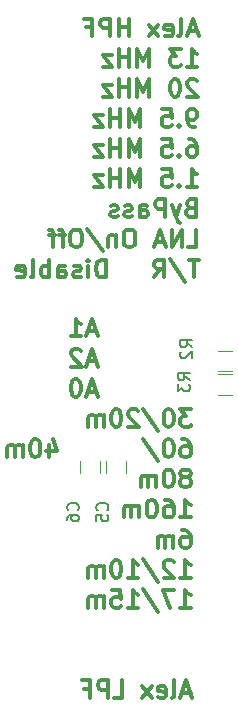
<source format=gbr>
G04 #@! TF.FileFunction,Legend,Bot*
%FSLAX46Y46*%
G04 Gerber Fmt 4.6, Leading zero omitted, Abs format (unit mm)*
G04 Created by KiCad (PCBNEW 4.0.7) date 12/28/17 14:23:17*
%MOMM*%
%LPD*%
G01*
G04 APERTURE LIST*
%ADD10C,0.100000*%
%ADD11C,0.300000*%
%ADD12C,0.120000*%
%ADD13C,0.150000*%
G04 APERTURE END LIST*
D10*
D11*
X124914286Y-81700000D02*
X124200000Y-81700000D01*
X125057143Y-82128571D02*
X124557143Y-80628571D01*
X124057143Y-82128571D01*
X122771429Y-82128571D02*
X123628572Y-82128571D01*
X123200000Y-82128571D02*
X123200000Y-80628571D01*
X123342857Y-80842857D01*
X123485715Y-80985714D01*
X123628572Y-81057143D01*
X124914286Y-84250000D02*
X124200000Y-84250000D01*
X125057143Y-84678571D02*
X124557143Y-83178571D01*
X124057143Y-84678571D01*
X123628572Y-83321429D02*
X123557143Y-83250000D01*
X123414286Y-83178571D01*
X123057143Y-83178571D01*
X122914286Y-83250000D01*
X122842857Y-83321429D01*
X122771429Y-83464286D01*
X122771429Y-83607143D01*
X122842857Y-83821429D01*
X123700000Y-84678571D01*
X122771429Y-84678571D01*
X124914286Y-86800000D02*
X124200000Y-86800000D01*
X125057143Y-87228571D02*
X124557143Y-85728571D01*
X124057143Y-87228571D01*
X123271429Y-85728571D02*
X123128572Y-85728571D01*
X122985715Y-85800000D01*
X122914286Y-85871429D01*
X122842857Y-86014286D01*
X122771429Y-86300000D01*
X122771429Y-86657143D01*
X122842857Y-86942857D01*
X122914286Y-87085714D01*
X122985715Y-87157143D01*
X123128572Y-87228571D01*
X123271429Y-87228571D01*
X123414286Y-87157143D01*
X123485715Y-87085714D01*
X123557143Y-86942857D01*
X123628572Y-86657143D01*
X123628572Y-86300000D01*
X123557143Y-86014286D01*
X123485715Y-85871429D01*
X123414286Y-85800000D01*
X123271429Y-85728571D01*
X132985714Y-88303571D02*
X132057143Y-88303571D01*
X132557143Y-88875000D01*
X132342857Y-88875000D01*
X132200000Y-88946429D01*
X132128571Y-89017857D01*
X132057143Y-89160714D01*
X132057143Y-89517857D01*
X132128571Y-89660714D01*
X132200000Y-89732143D01*
X132342857Y-89803571D01*
X132771429Y-89803571D01*
X132914286Y-89732143D01*
X132985714Y-89660714D01*
X131128572Y-88303571D02*
X130985715Y-88303571D01*
X130842858Y-88375000D01*
X130771429Y-88446429D01*
X130700000Y-88589286D01*
X130628572Y-88875000D01*
X130628572Y-89232143D01*
X130700000Y-89517857D01*
X130771429Y-89660714D01*
X130842858Y-89732143D01*
X130985715Y-89803571D01*
X131128572Y-89803571D01*
X131271429Y-89732143D01*
X131342858Y-89660714D01*
X131414286Y-89517857D01*
X131485715Y-89232143D01*
X131485715Y-88875000D01*
X131414286Y-88589286D01*
X131342858Y-88446429D01*
X131271429Y-88375000D01*
X131128572Y-88303571D01*
X128914287Y-88232143D02*
X130200001Y-90160714D01*
X128485715Y-88446429D02*
X128414286Y-88375000D01*
X128271429Y-88303571D01*
X127914286Y-88303571D01*
X127771429Y-88375000D01*
X127700000Y-88446429D01*
X127628572Y-88589286D01*
X127628572Y-88732143D01*
X127700000Y-88946429D01*
X128557143Y-89803571D01*
X127628572Y-89803571D01*
X126700001Y-88303571D02*
X126557144Y-88303571D01*
X126414287Y-88375000D01*
X126342858Y-88446429D01*
X126271429Y-88589286D01*
X126200001Y-88875000D01*
X126200001Y-89232143D01*
X126271429Y-89517857D01*
X126342858Y-89660714D01*
X126414287Y-89732143D01*
X126557144Y-89803571D01*
X126700001Y-89803571D01*
X126842858Y-89732143D01*
X126914287Y-89660714D01*
X126985715Y-89517857D01*
X127057144Y-89232143D01*
X127057144Y-88875000D01*
X126985715Y-88589286D01*
X126914287Y-88446429D01*
X126842858Y-88375000D01*
X126700001Y-88303571D01*
X125557144Y-89803571D02*
X125557144Y-88803571D01*
X125557144Y-88946429D02*
X125485716Y-88875000D01*
X125342858Y-88803571D01*
X125128573Y-88803571D01*
X124985716Y-88875000D01*
X124914287Y-89017857D01*
X124914287Y-89803571D01*
X124914287Y-89017857D02*
X124842858Y-88875000D01*
X124700001Y-88803571D01*
X124485716Y-88803571D01*
X124342858Y-88875000D01*
X124271430Y-89017857D01*
X124271430Y-89803571D01*
X132200000Y-90853571D02*
X132485714Y-90853571D01*
X132628571Y-90925000D01*
X132700000Y-90996429D01*
X132842857Y-91210714D01*
X132914286Y-91496429D01*
X132914286Y-92067857D01*
X132842857Y-92210714D01*
X132771429Y-92282143D01*
X132628571Y-92353571D01*
X132342857Y-92353571D01*
X132200000Y-92282143D01*
X132128571Y-92210714D01*
X132057143Y-92067857D01*
X132057143Y-91710714D01*
X132128571Y-91567857D01*
X132200000Y-91496429D01*
X132342857Y-91425000D01*
X132628571Y-91425000D01*
X132771429Y-91496429D01*
X132842857Y-91567857D01*
X132914286Y-91710714D01*
X131128572Y-90853571D02*
X130985715Y-90853571D01*
X130842858Y-90925000D01*
X130771429Y-90996429D01*
X130700000Y-91139286D01*
X130628572Y-91425000D01*
X130628572Y-91782143D01*
X130700000Y-92067857D01*
X130771429Y-92210714D01*
X130842858Y-92282143D01*
X130985715Y-92353571D01*
X131128572Y-92353571D01*
X131271429Y-92282143D01*
X131342858Y-92210714D01*
X131414286Y-92067857D01*
X131485715Y-91782143D01*
X131485715Y-91425000D01*
X131414286Y-91139286D01*
X131342858Y-90996429D01*
X131271429Y-90925000D01*
X131128572Y-90853571D01*
X128914287Y-90782143D02*
X130200001Y-92710714D01*
X120914287Y-91353571D02*
X120914287Y-92353571D01*
X121271430Y-90782143D02*
X121628573Y-91853571D01*
X120700001Y-91853571D01*
X119842859Y-90853571D02*
X119700002Y-90853571D01*
X119557145Y-90925000D01*
X119485716Y-90996429D01*
X119414287Y-91139286D01*
X119342859Y-91425000D01*
X119342859Y-91782143D01*
X119414287Y-92067857D01*
X119485716Y-92210714D01*
X119557145Y-92282143D01*
X119700002Y-92353571D01*
X119842859Y-92353571D01*
X119985716Y-92282143D01*
X120057145Y-92210714D01*
X120128573Y-92067857D01*
X120200002Y-91782143D01*
X120200002Y-91425000D01*
X120128573Y-91139286D01*
X120057145Y-90996429D01*
X119985716Y-90925000D01*
X119842859Y-90853571D01*
X118700002Y-92353571D02*
X118700002Y-91353571D01*
X118700002Y-91496429D02*
X118628574Y-91425000D01*
X118485716Y-91353571D01*
X118271431Y-91353571D01*
X118128574Y-91425000D01*
X118057145Y-91567857D01*
X118057145Y-92353571D01*
X118057145Y-91567857D02*
X117985716Y-91425000D01*
X117842859Y-91353571D01*
X117628574Y-91353571D01*
X117485716Y-91425000D01*
X117414288Y-91567857D01*
X117414288Y-92353571D01*
X132628571Y-94046429D02*
X132771429Y-93975000D01*
X132842857Y-93903571D01*
X132914286Y-93760714D01*
X132914286Y-93689286D01*
X132842857Y-93546429D01*
X132771429Y-93475000D01*
X132628571Y-93403571D01*
X132342857Y-93403571D01*
X132200000Y-93475000D01*
X132128571Y-93546429D01*
X132057143Y-93689286D01*
X132057143Y-93760714D01*
X132128571Y-93903571D01*
X132200000Y-93975000D01*
X132342857Y-94046429D01*
X132628571Y-94046429D01*
X132771429Y-94117857D01*
X132842857Y-94189286D01*
X132914286Y-94332143D01*
X132914286Y-94617857D01*
X132842857Y-94760714D01*
X132771429Y-94832143D01*
X132628571Y-94903571D01*
X132342857Y-94903571D01*
X132200000Y-94832143D01*
X132128571Y-94760714D01*
X132057143Y-94617857D01*
X132057143Y-94332143D01*
X132128571Y-94189286D01*
X132200000Y-94117857D01*
X132342857Y-94046429D01*
X131128572Y-93403571D02*
X130985715Y-93403571D01*
X130842858Y-93475000D01*
X130771429Y-93546429D01*
X130700000Y-93689286D01*
X130628572Y-93975000D01*
X130628572Y-94332143D01*
X130700000Y-94617857D01*
X130771429Y-94760714D01*
X130842858Y-94832143D01*
X130985715Y-94903571D01*
X131128572Y-94903571D01*
X131271429Y-94832143D01*
X131342858Y-94760714D01*
X131414286Y-94617857D01*
X131485715Y-94332143D01*
X131485715Y-93975000D01*
X131414286Y-93689286D01*
X131342858Y-93546429D01*
X131271429Y-93475000D01*
X131128572Y-93403571D01*
X129985715Y-94903571D02*
X129985715Y-93903571D01*
X129985715Y-94046429D02*
X129914287Y-93975000D01*
X129771429Y-93903571D01*
X129557144Y-93903571D01*
X129414287Y-93975000D01*
X129342858Y-94117857D01*
X129342858Y-94903571D01*
X129342858Y-94117857D02*
X129271429Y-93975000D01*
X129128572Y-93903571D01*
X128914287Y-93903571D01*
X128771429Y-93975000D01*
X128700001Y-94117857D01*
X128700001Y-94903571D01*
X132057143Y-97453571D02*
X132914286Y-97453571D01*
X132485714Y-97453571D02*
X132485714Y-95953571D01*
X132628571Y-96167857D01*
X132771429Y-96310714D01*
X132914286Y-96382143D01*
X130771429Y-95953571D02*
X131057143Y-95953571D01*
X131200000Y-96025000D01*
X131271429Y-96096429D01*
X131414286Y-96310714D01*
X131485715Y-96596429D01*
X131485715Y-97167857D01*
X131414286Y-97310714D01*
X131342858Y-97382143D01*
X131200000Y-97453571D01*
X130914286Y-97453571D01*
X130771429Y-97382143D01*
X130700000Y-97310714D01*
X130628572Y-97167857D01*
X130628572Y-96810714D01*
X130700000Y-96667857D01*
X130771429Y-96596429D01*
X130914286Y-96525000D01*
X131200000Y-96525000D01*
X131342858Y-96596429D01*
X131414286Y-96667857D01*
X131485715Y-96810714D01*
X129700001Y-95953571D02*
X129557144Y-95953571D01*
X129414287Y-96025000D01*
X129342858Y-96096429D01*
X129271429Y-96239286D01*
X129200001Y-96525000D01*
X129200001Y-96882143D01*
X129271429Y-97167857D01*
X129342858Y-97310714D01*
X129414287Y-97382143D01*
X129557144Y-97453571D01*
X129700001Y-97453571D01*
X129842858Y-97382143D01*
X129914287Y-97310714D01*
X129985715Y-97167857D01*
X130057144Y-96882143D01*
X130057144Y-96525000D01*
X129985715Y-96239286D01*
X129914287Y-96096429D01*
X129842858Y-96025000D01*
X129700001Y-95953571D01*
X128557144Y-97453571D02*
X128557144Y-96453571D01*
X128557144Y-96596429D02*
X128485716Y-96525000D01*
X128342858Y-96453571D01*
X128128573Y-96453571D01*
X127985716Y-96525000D01*
X127914287Y-96667857D01*
X127914287Y-97453571D01*
X127914287Y-96667857D02*
X127842858Y-96525000D01*
X127700001Y-96453571D01*
X127485716Y-96453571D01*
X127342858Y-96525000D01*
X127271430Y-96667857D01*
X127271430Y-97453571D01*
X132200000Y-98503571D02*
X132485714Y-98503571D01*
X132628571Y-98575000D01*
X132700000Y-98646429D01*
X132842857Y-98860714D01*
X132914286Y-99146429D01*
X132914286Y-99717857D01*
X132842857Y-99860714D01*
X132771429Y-99932143D01*
X132628571Y-100003571D01*
X132342857Y-100003571D01*
X132200000Y-99932143D01*
X132128571Y-99860714D01*
X132057143Y-99717857D01*
X132057143Y-99360714D01*
X132128571Y-99217857D01*
X132200000Y-99146429D01*
X132342857Y-99075000D01*
X132628571Y-99075000D01*
X132771429Y-99146429D01*
X132842857Y-99217857D01*
X132914286Y-99360714D01*
X131414286Y-100003571D02*
X131414286Y-99003571D01*
X131414286Y-99146429D02*
X131342858Y-99075000D01*
X131200000Y-99003571D01*
X130985715Y-99003571D01*
X130842858Y-99075000D01*
X130771429Y-99217857D01*
X130771429Y-100003571D01*
X130771429Y-99217857D02*
X130700000Y-99075000D01*
X130557143Y-99003571D01*
X130342858Y-99003571D01*
X130200000Y-99075000D01*
X130128572Y-99217857D01*
X130128572Y-100003571D01*
X132057143Y-102553571D02*
X132914286Y-102553571D01*
X132485714Y-102553571D02*
X132485714Y-101053571D01*
X132628571Y-101267857D01*
X132771429Y-101410714D01*
X132914286Y-101482143D01*
X131485715Y-101196429D02*
X131414286Y-101125000D01*
X131271429Y-101053571D01*
X130914286Y-101053571D01*
X130771429Y-101125000D01*
X130700000Y-101196429D01*
X130628572Y-101339286D01*
X130628572Y-101482143D01*
X130700000Y-101696429D01*
X131557143Y-102553571D01*
X130628572Y-102553571D01*
X128914287Y-100982143D02*
X130200001Y-102910714D01*
X127628572Y-102553571D02*
X128485715Y-102553571D01*
X128057143Y-102553571D02*
X128057143Y-101053571D01*
X128200000Y-101267857D01*
X128342858Y-101410714D01*
X128485715Y-101482143D01*
X126700001Y-101053571D02*
X126557144Y-101053571D01*
X126414287Y-101125000D01*
X126342858Y-101196429D01*
X126271429Y-101339286D01*
X126200001Y-101625000D01*
X126200001Y-101982143D01*
X126271429Y-102267857D01*
X126342858Y-102410714D01*
X126414287Y-102482143D01*
X126557144Y-102553571D01*
X126700001Y-102553571D01*
X126842858Y-102482143D01*
X126914287Y-102410714D01*
X126985715Y-102267857D01*
X127057144Y-101982143D01*
X127057144Y-101625000D01*
X126985715Y-101339286D01*
X126914287Y-101196429D01*
X126842858Y-101125000D01*
X126700001Y-101053571D01*
X125557144Y-102553571D02*
X125557144Y-101553571D01*
X125557144Y-101696429D02*
X125485716Y-101625000D01*
X125342858Y-101553571D01*
X125128573Y-101553571D01*
X124985716Y-101625000D01*
X124914287Y-101767857D01*
X124914287Y-102553571D01*
X124914287Y-101767857D02*
X124842858Y-101625000D01*
X124700001Y-101553571D01*
X124485716Y-101553571D01*
X124342858Y-101625000D01*
X124271430Y-101767857D01*
X124271430Y-102553571D01*
X132057143Y-105103571D02*
X132914286Y-105103571D01*
X132485714Y-105103571D02*
X132485714Y-103603571D01*
X132628571Y-103817857D01*
X132771429Y-103960714D01*
X132914286Y-104032143D01*
X131557143Y-103603571D02*
X130557143Y-103603571D01*
X131200000Y-105103571D01*
X128914287Y-103532143D02*
X130200001Y-105460714D01*
X127628572Y-105103571D02*
X128485715Y-105103571D01*
X128057143Y-105103571D02*
X128057143Y-103603571D01*
X128200000Y-103817857D01*
X128342858Y-103960714D01*
X128485715Y-104032143D01*
X126271429Y-103603571D02*
X126985715Y-103603571D01*
X127057144Y-104317857D01*
X126985715Y-104246429D01*
X126842858Y-104175000D01*
X126485715Y-104175000D01*
X126342858Y-104246429D01*
X126271429Y-104317857D01*
X126200001Y-104460714D01*
X126200001Y-104817857D01*
X126271429Y-104960714D01*
X126342858Y-105032143D01*
X126485715Y-105103571D01*
X126842858Y-105103571D01*
X126985715Y-105032143D01*
X127057144Y-104960714D01*
X125557144Y-105103571D02*
X125557144Y-104103571D01*
X125557144Y-104246429D02*
X125485716Y-104175000D01*
X125342858Y-104103571D01*
X125128573Y-104103571D01*
X124985716Y-104175000D01*
X124914287Y-104317857D01*
X124914287Y-105103571D01*
X124914287Y-104317857D02*
X124842858Y-104175000D01*
X124700001Y-104103571D01*
X124485716Y-104103571D01*
X124342858Y-104175000D01*
X124271430Y-104317857D01*
X124271430Y-105103571D01*
X132914286Y-112325000D02*
X132200000Y-112325000D01*
X133057143Y-112753571D02*
X132557143Y-111253571D01*
X132057143Y-112753571D01*
X131342857Y-112753571D02*
X131485715Y-112682143D01*
X131557143Y-112539286D01*
X131557143Y-111253571D01*
X130200001Y-112682143D02*
X130342858Y-112753571D01*
X130628572Y-112753571D01*
X130771429Y-112682143D01*
X130842858Y-112539286D01*
X130842858Y-111967857D01*
X130771429Y-111825000D01*
X130628572Y-111753571D01*
X130342858Y-111753571D01*
X130200001Y-111825000D01*
X130128572Y-111967857D01*
X130128572Y-112110714D01*
X130842858Y-112253571D01*
X129628572Y-112753571D02*
X128842858Y-111753571D01*
X129628572Y-111753571D02*
X128842858Y-112753571D01*
X126414286Y-112753571D02*
X127128572Y-112753571D01*
X127128572Y-111253571D01*
X125914286Y-112753571D02*
X125914286Y-111253571D01*
X125342858Y-111253571D01*
X125200000Y-111325000D01*
X125128572Y-111396429D01*
X125057143Y-111539286D01*
X125057143Y-111753571D01*
X125128572Y-111896429D01*
X125200000Y-111967857D01*
X125342858Y-112039286D01*
X125914286Y-112039286D01*
X123914286Y-111967857D02*
X124414286Y-111967857D01*
X124414286Y-112753571D02*
X124414286Y-111253571D01*
X123700000Y-111253571D01*
X133464286Y-56300000D02*
X132750000Y-56300000D01*
X133607143Y-56728571D02*
X133107143Y-55228571D01*
X132607143Y-56728571D01*
X131892857Y-56728571D02*
X132035715Y-56657143D01*
X132107143Y-56514286D01*
X132107143Y-55228571D01*
X130750001Y-56657143D02*
X130892858Y-56728571D01*
X131178572Y-56728571D01*
X131321429Y-56657143D01*
X131392858Y-56514286D01*
X131392858Y-55942857D01*
X131321429Y-55800000D01*
X131178572Y-55728571D01*
X130892858Y-55728571D01*
X130750001Y-55800000D01*
X130678572Y-55942857D01*
X130678572Y-56085714D01*
X131392858Y-56228571D01*
X130178572Y-56728571D02*
X129392858Y-55728571D01*
X130178572Y-55728571D02*
X129392858Y-56728571D01*
X127678572Y-56728571D02*
X127678572Y-55228571D01*
X127678572Y-55942857D02*
X126821429Y-55942857D01*
X126821429Y-56728571D02*
X126821429Y-55228571D01*
X126107143Y-56728571D02*
X126107143Y-55228571D01*
X125535715Y-55228571D01*
X125392857Y-55300000D01*
X125321429Y-55371429D01*
X125250000Y-55514286D01*
X125250000Y-55728571D01*
X125321429Y-55871429D01*
X125392857Y-55942857D01*
X125535715Y-56014286D01*
X126107143Y-56014286D01*
X124107143Y-55942857D02*
X124607143Y-55942857D01*
X124607143Y-56728571D02*
X124607143Y-55228571D01*
X123892857Y-55228571D01*
X132607143Y-59278571D02*
X133464286Y-59278571D01*
X133035714Y-59278571D02*
X133035714Y-57778571D01*
X133178571Y-57992857D01*
X133321429Y-58135714D01*
X133464286Y-58207143D01*
X132107143Y-57778571D02*
X131178572Y-57778571D01*
X131678572Y-58350000D01*
X131464286Y-58350000D01*
X131321429Y-58421429D01*
X131250000Y-58492857D01*
X131178572Y-58635714D01*
X131178572Y-58992857D01*
X131250000Y-59135714D01*
X131321429Y-59207143D01*
X131464286Y-59278571D01*
X131892858Y-59278571D01*
X132035715Y-59207143D01*
X132107143Y-59135714D01*
X129392858Y-59278571D02*
X129392858Y-57778571D01*
X128892858Y-58850000D01*
X128392858Y-57778571D01*
X128392858Y-59278571D01*
X127678572Y-59278571D02*
X127678572Y-57778571D01*
X127678572Y-58492857D02*
X126821429Y-58492857D01*
X126821429Y-59278571D02*
X126821429Y-57778571D01*
X126250000Y-58278571D02*
X125464286Y-58278571D01*
X126250000Y-59278571D01*
X125464286Y-59278571D01*
X133464286Y-60471429D02*
X133392857Y-60400000D01*
X133250000Y-60328571D01*
X132892857Y-60328571D01*
X132750000Y-60400000D01*
X132678571Y-60471429D01*
X132607143Y-60614286D01*
X132607143Y-60757143D01*
X132678571Y-60971429D01*
X133535714Y-61828571D01*
X132607143Y-61828571D01*
X131678572Y-60328571D02*
X131535715Y-60328571D01*
X131392858Y-60400000D01*
X131321429Y-60471429D01*
X131250000Y-60614286D01*
X131178572Y-60900000D01*
X131178572Y-61257143D01*
X131250000Y-61542857D01*
X131321429Y-61685714D01*
X131392858Y-61757143D01*
X131535715Y-61828571D01*
X131678572Y-61828571D01*
X131821429Y-61757143D01*
X131892858Y-61685714D01*
X131964286Y-61542857D01*
X132035715Y-61257143D01*
X132035715Y-60900000D01*
X131964286Y-60614286D01*
X131892858Y-60471429D01*
X131821429Y-60400000D01*
X131678572Y-60328571D01*
X129392858Y-61828571D02*
X129392858Y-60328571D01*
X128892858Y-61400000D01*
X128392858Y-60328571D01*
X128392858Y-61828571D01*
X127678572Y-61828571D02*
X127678572Y-60328571D01*
X127678572Y-61042857D02*
X126821429Y-61042857D01*
X126821429Y-61828571D02*
X126821429Y-60328571D01*
X126250000Y-60828571D02*
X125464286Y-60828571D01*
X126250000Y-61828571D01*
X125464286Y-61828571D01*
X133321429Y-64378571D02*
X133035714Y-64378571D01*
X132892857Y-64307143D01*
X132821429Y-64235714D01*
X132678571Y-64021429D01*
X132607143Y-63735714D01*
X132607143Y-63164286D01*
X132678571Y-63021429D01*
X132750000Y-62950000D01*
X132892857Y-62878571D01*
X133178571Y-62878571D01*
X133321429Y-62950000D01*
X133392857Y-63021429D01*
X133464286Y-63164286D01*
X133464286Y-63521429D01*
X133392857Y-63664286D01*
X133321429Y-63735714D01*
X133178571Y-63807143D01*
X132892857Y-63807143D01*
X132750000Y-63735714D01*
X132678571Y-63664286D01*
X132607143Y-63521429D01*
X131964286Y-64235714D02*
X131892858Y-64307143D01*
X131964286Y-64378571D01*
X132035715Y-64307143D01*
X131964286Y-64235714D01*
X131964286Y-64378571D01*
X130535714Y-62878571D02*
X131250000Y-62878571D01*
X131321429Y-63592857D01*
X131250000Y-63521429D01*
X131107143Y-63450000D01*
X130750000Y-63450000D01*
X130607143Y-63521429D01*
X130535714Y-63592857D01*
X130464286Y-63735714D01*
X130464286Y-64092857D01*
X130535714Y-64235714D01*
X130607143Y-64307143D01*
X130750000Y-64378571D01*
X131107143Y-64378571D01*
X131250000Y-64307143D01*
X131321429Y-64235714D01*
X128678572Y-64378571D02*
X128678572Y-62878571D01*
X128178572Y-63950000D01*
X127678572Y-62878571D01*
X127678572Y-64378571D01*
X126964286Y-64378571D02*
X126964286Y-62878571D01*
X126964286Y-63592857D02*
X126107143Y-63592857D01*
X126107143Y-64378571D02*
X126107143Y-62878571D01*
X125535714Y-63378571D02*
X124750000Y-63378571D01*
X125535714Y-64378571D01*
X124750000Y-64378571D01*
X132750000Y-65428571D02*
X133035714Y-65428571D01*
X133178571Y-65500000D01*
X133250000Y-65571429D01*
X133392857Y-65785714D01*
X133464286Y-66071429D01*
X133464286Y-66642857D01*
X133392857Y-66785714D01*
X133321429Y-66857143D01*
X133178571Y-66928571D01*
X132892857Y-66928571D01*
X132750000Y-66857143D01*
X132678571Y-66785714D01*
X132607143Y-66642857D01*
X132607143Y-66285714D01*
X132678571Y-66142857D01*
X132750000Y-66071429D01*
X132892857Y-66000000D01*
X133178571Y-66000000D01*
X133321429Y-66071429D01*
X133392857Y-66142857D01*
X133464286Y-66285714D01*
X131964286Y-66785714D02*
X131892858Y-66857143D01*
X131964286Y-66928571D01*
X132035715Y-66857143D01*
X131964286Y-66785714D01*
X131964286Y-66928571D01*
X130535714Y-65428571D02*
X131250000Y-65428571D01*
X131321429Y-66142857D01*
X131250000Y-66071429D01*
X131107143Y-66000000D01*
X130750000Y-66000000D01*
X130607143Y-66071429D01*
X130535714Y-66142857D01*
X130464286Y-66285714D01*
X130464286Y-66642857D01*
X130535714Y-66785714D01*
X130607143Y-66857143D01*
X130750000Y-66928571D01*
X131107143Y-66928571D01*
X131250000Y-66857143D01*
X131321429Y-66785714D01*
X128678572Y-66928571D02*
X128678572Y-65428571D01*
X128178572Y-66500000D01*
X127678572Y-65428571D01*
X127678572Y-66928571D01*
X126964286Y-66928571D02*
X126964286Y-65428571D01*
X126964286Y-66142857D02*
X126107143Y-66142857D01*
X126107143Y-66928571D02*
X126107143Y-65428571D01*
X125535714Y-65928571D02*
X124750000Y-65928571D01*
X125535714Y-66928571D01*
X124750000Y-66928571D01*
X132607143Y-69478571D02*
X133464286Y-69478571D01*
X133035714Y-69478571D02*
X133035714Y-67978571D01*
X133178571Y-68192857D01*
X133321429Y-68335714D01*
X133464286Y-68407143D01*
X131964286Y-69335714D02*
X131892858Y-69407143D01*
X131964286Y-69478571D01*
X132035715Y-69407143D01*
X131964286Y-69335714D01*
X131964286Y-69478571D01*
X130535714Y-67978571D02*
X131250000Y-67978571D01*
X131321429Y-68692857D01*
X131250000Y-68621429D01*
X131107143Y-68550000D01*
X130750000Y-68550000D01*
X130607143Y-68621429D01*
X130535714Y-68692857D01*
X130464286Y-68835714D01*
X130464286Y-69192857D01*
X130535714Y-69335714D01*
X130607143Y-69407143D01*
X130750000Y-69478571D01*
X131107143Y-69478571D01*
X131250000Y-69407143D01*
X131321429Y-69335714D01*
X128678572Y-69478571D02*
X128678572Y-67978571D01*
X128178572Y-69050000D01*
X127678572Y-67978571D01*
X127678572Y-69478571D01*
X126964286Y-69478571D02*
X126964286Y-67978571D01*
X126964286Y-68692857D02*
X126107143Y-68692857D01*
X126107143Y-69478571D02*
X126107143Y-67978571D01*
X125535714Y-68478571D02*
X124750000Y-68478571D01*
X125535714Y-69478571D01*
X124750000Y-69478571D01*
X132892857Y-71242857D02*
X132678571Y-71314286D01*
X132607143Y-71385714D01*
X132535714Y-71528571D01*
X132535714Y-71742857D01*
X132607143Y-71885714D01*
X132678571Y-71957143D01*
X132821429Y-72028571D01*
X133392857Y-72028571D01*
X133392857Y-70528571D01*
X132892857Y-70528571D01*
X132750000Y-70600000D01*
X132678571Y-70671429D01*
X132607143Y-70814286D01*
X132607143Y-70957143D01*
X132678571Y-71100000D01*
X132750000Y-71171429D01*
X132892857Y-71242857D01*
X133392857Y-71242857D01*
X132035714Y-71028571D02*
X131678571Y-72028571D01*
X131321429Y-71028571D02*
X131678571Y-72028571D01*
X131821429Y-72385714D01*
X131892857Y-72457143D01*
X132035714Y-72528571D01*
X130750000Y-72028571D02*
X130750000Y-70528571D01*
X130178572Y-70528571D01*
X130035714Y-70600000D01*
X129964286Y-70671429D01*
X129892857Y-70814286D01*
X129892857Y-71028571D01*
X129964286Y-71171429D01*
X130035714Y-71242857D01*
X130178572Y-71314286D01*
X130750000Y-71314286D01*
X128607143Y-72028571D02*
X128607143Y-71242857D01*
X128678572Y-71100000D01*
X128821429Y-71028571D01*
X129107143Y-71028571D01*
X129250000Y-71100000D01*
X128607143Y-71957143D02*
X128750000Y-72028571D01*
X129107143Y-72028571D01*
X129250000Y-71957143D01*
X129321429Y-71814286D01*
X129321429Y-71671429D01*
X129250000Y-71528571D01*
X129107143Y-71457143D01*
X128750000Y-71457143D01*
X128607143Y-71385714D01*
X127964286Y-71957143D02*
X127821429Y-72028571D01*
X127535714Y-72028571D01*
X127392857Y-71957143D01*
X127321429Y-71814286D01*
X127321429Y-71742857D01*
X127392857Y-71600000D01*
X127535714Y-71528571D01*
X127750000Y-71528571D01*
X127892857Y-71457143D01*
X127964286Y-71314286D01*
X127964286Y-71242857D01*
X127892857Y-71100000D01*
X127750000Y-71028571D01*
X127535714Y-71028571D01*
X127392857Y-71100000D01*
X126750000Y-71957143D02*
X126607143Y-72028571D01*
X126321428Y-72028571D01*
X126178571Y-71957143D01*
X126107143Y-71814286D01*
X126107143Y-71742857D01*
X126178571Y-71600000D01*
X126321428Y-71528571D01*
X126535714Y-71528571D01*
X126678571Y-71457143D01*
X126750000Y-71314286D01*
X126750000Y-71242857D01*
X126678571Y-71100000D01*
X126535714Y-71028571D01*
X126321428Y-71028571D01*
X126178571Y-71100000D01*
X132678571Y-74578571D02*
X133392857Y-74578571D01*
X133392857Y-73078571D01*
X132178571Y-74578571D02*
X132178571Y-73078571D01*
X131321428Y-74578571D01*
X131321428Y-73078571D01*
X130678571Y-74150000D02*
X129964285Y-74150000D01*
X130821428Y-74578571D02*
X130321428Y-73078571D01*
X129821428Y-74578571D01*
X127892857Y-73078571D02*
X127607143Y-73078571D01*
X127464285Y-73150000D01*
X127321428Y-73292857D01*
X127250000Y-73578571D01*
X127250000Y-74078571D01*
X127321428Y-74364286D01*
X127464285Y-74507143D01*
X127607143Y-74578571D01*
X127892857Y-74578571D01*
X128035714Y-74507143D01*
X128178571Y-74364286D01*
X128250000Y-74078571D01*
X128250000Y-73578571D01*
X128178571Y-73292857D01*
X128035714Y-73150000D01*
X127892857Y-73078571D01*
X126607142Y-73578571D02*
X126607142Y-74578571D01*
X126607142Y-73721429D02*
X126535714Y-73650000D01*
X126392856Y-73578571D01*
X126178571Y-73578571D01*
X126035714Y-73650000D01*
X125964285Y-73792857D01*
X125964285Y-74578571D01*
X124178571Y-73007143D02*
X125464285Y-74935714D01*
X123392856Y-73078571D02*
X123107142Y-73078571D01*
X122964284Y-73150000D01*
X122821427Y-73292857D01*
X122749999Y-73578571D01*
X122749999Y-74078571D01*
X122821427Y-74364286D01*
X122964284Y-74507143D01*
X123107142Y-74578571D01*
X123392856Y-74578571D01*
X123535713Y-74507143D01*
X123678570Y-74364286D01*
X123749999Y-74078571D01*
X123749999Y-73578571D01*
X123678570Y-73292857D01*
X123535713Y-73150000D01*
X123392856Y-73078571D01*
X122321427Y-73578571D02*
X121749998Y-73578571D01*
X122107141Y-74578571D02*
X122107141Y-73292857D01*
X122035713Y-73150000D01*
X121892855Y-73078571D01*
X121749998Y-73078571D01*
X121464284Y-73578571D02*
X120892855Y-73578571D01*
X121249998Y-74578571D02*
X121249998Y-73292857D01*
X121178570Y-73150000D01*
X121035712Y-73078571D01*
X120892855Y-73078571D01*
X133607143Y-75628571D02*
X132750000Y-75628571D01*
X133178571Y-77128571D02*
X133178571Y-75628571D01*
X131178572Y-75557143D02*
X132464286Y-77485714D01*
X129821428Y-77128571D02*
X130321428Y-76414286D01*
X130678571Y-77128571D02*
X130678571Y-75628571D01*
X130107143Y-75628571D01*
X129964285Y-75700000D01*
X129892857Y-75771429D01*
X129821428Y-75914286D01*
X129821428Y-76128571D01*
X129892857Y-76271429D01*
X129964285Y-76342857D01*
X130107143Y-76414286D01*
X130678571Y-76414286D01*
X125750000Y-77128571D02*
X125750000Y-75628571D01*
X125392857Y-75628571D01*
X125178572Y-75700000D01*
X125035714Y-75842857D01*
X124964286Y-75985714D01*
X124892857Y-76271429D01*
X124892857Y-76485714D01*
X124964286Y-76771429D01*
X125035714Y-76914286D01*
X125178572Y-77057143D01*
X125392857Y-77128571D01*
X125750000Y-77128571D01*
X124250000Y-77128571D02*
X124250000Y-76128571D01*
X124250000Y-75628571D02*
X124321429Y-75700000D01*
X124250000Y-75771429D01*
X124178572Y-75700000D01*
X124250000Y-75628571D01*
X124250000Y-75771429D01*
X123607143Y-77057143D02*
X123464286Y-77128571D01*
X123178571Y-77128571D01*
X123035714Y-77057143D01*
X122964286Y-76914286D01*
X122964286Y-76842857D01*
X123035714Y-76700000D01*
X123178571Y-76628571D01*
X123392857Y-76628571D01*
X123535714Y-76557143D01*
X123607143Y-76414286D01*
X123607143Y-76342857D01*
X123535714Y-76200000D01*
X123392857Y-76128571D01*
X123178571Y-76128571D01*
X123035714Y-76200000D01*
X121678571Y-77128571D02*
X121678571Y-76342857D01*
X121750000Y-76200000D01*
X121892857Y-76128571D01*
X122178571Y-76128571D01*
X122321428Y-76200000D01*
X121678571Y-77057143D02*
X121821428Y-77128571D01*
X122178571Y-77128571D01*
X122321428Y-77057143D01*
X122392857Y-76914286D01*
X122392857Y-76771429D01*
X122321428Y-76628571D01*
X122178571Y-76557143D01*
X121821428Y-76557143D01*
X121678571Y-76485714D01*
X120964285Y-77128571D02*
X120964285Y-75628571D01*
X120964285Y-76200000D02*
X120821428Y-76128571D01*
X120535714Y-76128571D01*
X120392857Y-76200000D01*
X120321428Y-76271429D01*
X120249999Y-76414286D01*
X120249999Y-76842857D01*
X120321428Y-76985714D01*
X120392857Y-77057143D01*
X120535714Y-77128571D01*
X120821428Y-77128571D01*
X120964285Y-77057143D01*
X119392856Y-77128571D02*
X119535714Y-77057143D01*
X119607142Y-76914286D01*
X119607142Y-75628571D01*
X118250000Y-77057143D02*
X118392857Y-77128571D01*
X118678571Y-77128571D01*
X118821428Y-77057143D01*
X118892857Y-76914286D01*
X118892857Y-76342857D01*
X118821428Y-76200000D01*
X118678571Y-76128571D01*
X118392857Y-76128571D01*
X118250000Y-76200000D01*
X118178571Y-76342857D01*
X118178571Y-76485714D01*
X118892857Y-76628571D01*
D12*
X127450000Y-92700000D02*
X127450000Y-93700000D01*
X125750000Y-93700000D02*
X125750000Y-92700000D01*
X125250000Y-92700000D02*
X125250000Y-93700000D01*
X123550000Y-93700000D02*
X123550000Y-92700000D01*
X136400000Y-83320000D02*
X135200000Y-83320000D01*
X135200000Y-85080000D02*
X136400000Y-85080000D01*
X136400000Y-85320000D02*
X135200000Y-85320000D01*
X135200000Y-87080000D02*
X136400000Y-87080000D01*
D13*
X125857143Y-96833334D02*
X125904762Y-96785715D01*
X125952381Y-96642858D01*
X125952381Y-96547620D01*
X125904762Y-96404762D01*
X125809524Y-96309524D01*
X125714286Y-96261905D01*
X125523810Y-96214286D01*
X125380952Y-96214286D01*
X125190476Y-96261905D01*
X125095238Y-96309524D01*
X125000000Y-96404762D01*
X124952381Y-96547620D01*
X124952381Y-96642858D01*
X125000000Y-96785715D01*
X125047619Y-96833334D01*
X124952381Y-97738096D02*
X124952381Y-97261905D01*
X125428571Y-97214286D01*
X125380952Y-97261905D01*
X125333333Y-97357143D01*
X125333333Y-97595239D01*
X125380952Y-97690477D01*
X125428571Y-97738096D01*
X125523810Y-97785715D01*
X125761905Y-97785715D01*
X125857143Y-97738096D01*
X125904762Y-97690477D01*
X125952381Y-97595239D01*
X125952381Y-97357143D01*
X125904762Y-97261905D01*
X125857143Y-97214286D01*
X123357143Y-96833334D02*
X123404762Y-96785715D01*
X123452381Y-96642858D01*
X123452381Y-96547620D01*
X123404762Y-96404762D01*
X123309524Y-96309524D01*
X123214286Y-96261905D01*
X123023810Y-96214286D01*
X122880952Y-96214286D01*
X122690476Y-96261905D01*
X122595238Y-96309524D01*
X122500000Y-96404762D01*
X122452381Y-96547620D01*
X122452381Y-96642858D01*
X122500000Y-96785715D01*
X122547619Y-96833334D01*
X122452381Y-97690477D02*
X122452381Y-97500000D01*
X122500000Y-97404762D01*
X122547619Y-97357143D01*
X122690476Y-97261905D01*
X122880952Y-97214286D01*
X123261905Y-97214286D01*
X123357143Y-97261905D01*
X123404762Y-97309524D01*
X123452381Y-97404762D01*
X123452381Y-97595239D01*
X123404762Y-97690477D01*
X123357143Y-97738096D01*
X123261905Y-97785715D01*
X123023810Y-97785715D01*
X122928571Y-97738096D01*
X122880952Y-97690477D01*
X122833333Y-97595239D01*
X122833333Y-97404762D01*
X122880952Y-97309524D01*
X122928571Y-97261905D01*
X123023810Y-97214286D01*
X133052381Y-83033334D02*
X132576190Y-82700000D01*
X133052381Y-82461905D02*
X132052381Y-82461905D01*
X132052381Y-82842858D01*
X132100000Y-82938096D01*
X132147619Y-82985715D01*
X132242857Y-83033334D01*
X132385714Y-83033334D01*
X132480952Y-82985715D01*
X132528571Y-82938096D01*
X132576190Y-82842858D01*
X132576190Y-82461905D01*
X132147619Y-83414286D02*
X132100000Y-83461905D01*
X132052381Y-83557143D01*
X132052381Y-83795239D01*
X132100000Y-83890477D01*
X132147619Y-83938096D01*
X132242857Y-83985715D01*
X132338095Y-83985715D01*
X132480952Y-83938096D01*
X133052381Y-83366667D01*
X133052381Y-83985715D01*
X132852381Y-85833334D02*
X132376190Y-85500000D01*
X132852381Y-85261905D02*
X131852381Y-85261905D01*
X131852381Y-85642858D01*
X131900000Y-85738096D01*
X131947619Y-85785715D01*
X132042857Y-85833334D01*
X132185714Y-85833334D01*
X132280952Y-85785715D01*
X132328571Y-85738096D01*
X132376190Y-85642858D01*
X132376190Y-85261905D01*
X131852381Y-86166667D02*
X131852381Y-86785715D01*
X132233333Y-86452381D01*
X132233333Y-86595239D01*
X132280952Y-86690477D01*
X132328571Y-86738096D01*
X132423810Y-86785715D01*
X132661905Y-86785715D01*
X132757143Y-86738096D01*
X132804762Y-86690477D01*
X132852381Y-86595239D01*
X132852381Y-86309524D01*
X132804762Y-86214286D01*
X132757143Y-86166667D01*
M02*

</source>
